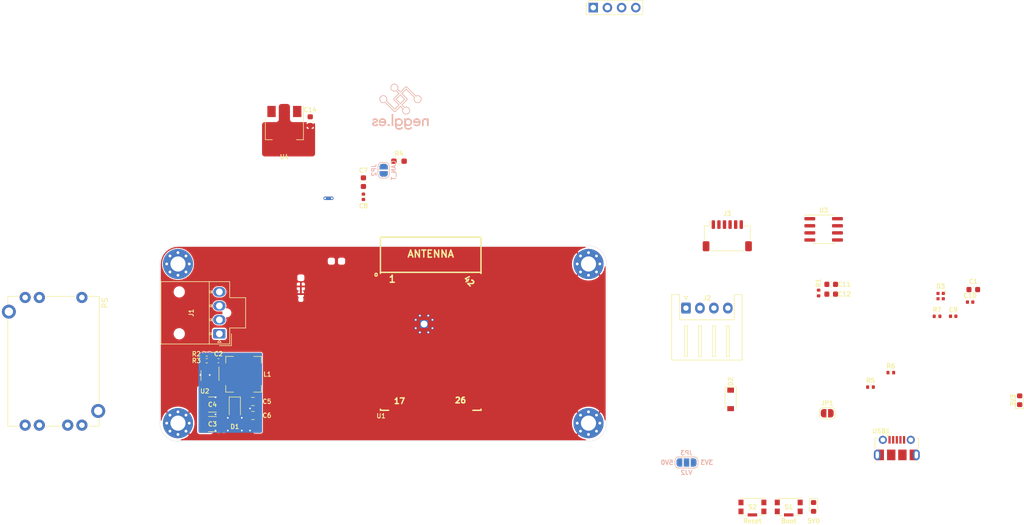
<source format=kicad_pcb>
(kicad_pcb (version 20171130) (host pcbnew "(5.1.9)-1")
  (title_block (rev 1))
  (layers (0 Front signal) (31 Back signal) (34 B.Paste user) (35 F.Paste user) (36 B.SilkS user) (37 F.SilkS user) (38 B.Mask user) (39 F.Mask user) (44 Edge.Cuts user))
  (net 0 "")
  (net 1 +48V)
  (net 2 GND)
  (net 3 +5V)
  (net 4 +3V3)
  (net 5 /CAN-)
  (net 6 /CAN+)
  (net 7 /~RST)
  (net 8 /UART_TX)
  (net 9 /UART_RX)
  (net 10 /~BOOT)
  (net 11 /CAN_TX)
  (net 12 /CAN_RX)
  (net 13 GNDPWR)
  (net 14 /USB_D+)
  (net 15 /VBUS)
  (net 16 /USB_D-)
  (net 17 /D_RXSDA)
  (net 18 /D_TXSCL)
  (net 19 "Net-(D3-Pad1)")
  (net 20 /OLED_SDA)
  (net 21 /OLED_SCL)
  (net 22 "Net-(U1-Pad21)")
  (net 23 "Net-(U1-Pad20)")
  (net 24 "Net-(U1-Pad19)")
  (net 25 "Net-(U1-Pad18)")
  (net 26 "Net-(U1-Pad17)")
  (net 27 "Net-(U1-Pad36)")
  (net 28 "Net-(U1-Pad33)")
  (net 29 "Net-(U1-Pad13)")
  (net 30 "Net-(U1-Pad7)")
  (net 31 "Net-(U1-Pad6)")
  (net 32 "Net-(U1-Pad5)")
  (net 33 "Net-(U1-Pad4)")
  (net 34 /LED_DAT)
  (net 35 "Net-(U1-Pad24)")
  (net 36 "Net-(U1-Pad8)")
  (net 37 "Net-(U1-Pad11)")
  (net 38 "Net-(U1-Pad12)")
  (net 39 "Net-(U1-Pad35)")
  (net 40 "Net-(U1-Pad34)")
  (net 41 "Net-(U1-Pad29)")
  (net 42 "Net-(U1-Pad28)")
  (net 43 "Net-(U1-Pad27)")
  (net 44 "Net-(U1-Pad25)")
  (net 45 "Net-(U1-Pad39)")
  (net 46 /~DFU)
  (net 47 /~CAN_EN)
  (net 48 /USB_ID)
  (net 49 /VCC_PROG)
  (net 50 "Net-(JP2-Pad1)")
  (net 51 /CB)
  (net 52 /SW)
  (net 53 /FB)
  (net 54 "Net-(D3-Pad3)")
  (net 55 "Net-(D4-Pad1)")
  (net 56 "Net-(D5-Pad1)")
  (net 57 "Net-(U2-Pad4)")
  (net 58 "Net-(J2-Pad2)")
  (module "1 My Footprints:Converter_DCDC_TDK-Lambda_CC3-xxxxxF-E" (layer Front) (at 86.05 86.25 270)
    (fp_text reference PS (at 0.9525 -4.1275 90) (layer F.SilkS))
    (fp_text value Converter_DCDC_TDK-Lambda_CC3-xxxxxF-E)
    (pad MP thru_hole circle (at 20.32 -2.92 270) (size 2.5 2.5) (drill 1.5) (layers *.Cu *.Mask))
    (pad MP thru_hole circle (at 2.54 13.08 270) (size 2.5 2.5) (drill 1.5) (layers *.Cu *.Mask))
    (pad 4 thru_hole circle (at 22.86 10.16 270) (size 2 2) (drill 1) (layers *.Cu *.Mask))
    (pad 5 thru_hole circle (at 22.86 7.62 270) (size 2 2) (drill 1) (layers *.Cu *.Mask))
    (pad 6 thru_hole circle (at 22.86 2.54 270) (size 2 2) (drill 1) (layers *.Cu *.Mask))
    (pad 7 thru_hole circle (at 22.86 0 270) (size 2 2) (drill 1) (layers *.Cu *.Mask))
    (pad 3 thru_hole circle (at 0 10.16 270) (size 2 2) (drill 1) (layers *.Cu *.Mask))
    (pad 2 thru_hole circle (at 0 7.62 270) (size 2 2) (drill 1) (layers *.Cu *.Mask))
    (pad 1 thru_hole circle (at 0 0 270) (size 2 2) (drill 1) (layers *.Cu *.Mask))
  )
  (module "1 My Footprints:L_Sunlord_SWPA6028S" (layer Front) (at 115 100)
    (fp_text reference L1 (at 4.25 0 180) (layer F.SilkS) (effects (font (size 0.8 0.8) (thickness 0.1524))))
    (fp_text value 33uH)
    (pad 2 smd rect (at 2.25 0) (size 1.7 5.7) (layers Front F.Paste F.Mask) (net 3 +5V))
    (pad 1 smd rect (at -2.25 0) (size 1.7 5.7) (layers Front F.Paste F.Mask) (net 52 /SW))
  )
  (module Diode_SMD:D_PowerDI-123 (layer Front) (at 113.425 106.275 270)
    (fp_text reference D1 (at 3.1 0) (layer F.SilkS) (effects (font (size 0.8 0.8) (thickness 0.1524))))
    (fp_text value SS210)
    (pad 2 smd rect (at 1.525 0 90) (size 1.05 1.5) (layers Front F.Paste F.Mask) (net 2 GND))
    (pad 1 smd rect (at -0.85 0 90) (size 2.4 1.5) (layers Front F.Paste F.Mask) (net 52 /SW))
  )
  (module "1 My Footprints:DY-S1515065_RGBC_6805-5T" (layer Front) (at 239.8 86)
    (fp_text reference D3 (at 0 -1.75) (layer F.SilkS) (effects (font (size 0.8 0.8) (thickness 0.1524))))
    (fp_text value RGB)
    (fp_text user 1 (at -1 0.5) (layer F.SilkS) (effects (font (size 0.3 0.3) (thickness 0.075))))
    (pad 4 smd rect (at -0.475 -0.475) (size 0.55 0.55) (layers Front F.Paste F.Mask) (net 2 GND))
    (pad 1 smd rect (at -0.475 0.475) (size 0.55 0.55) (layers Front F.Paste F.Mask) (net 19 "Net-(D3-Pad1)"))
    (pad 2 smd rect (at 0.475 0.475) (size 0.55 0.55) (layers Front F.Paste F.Mask) (net 3 +5V))
    (pad 3 smd rect (at 0.475 -0.475) (size 0.55 0.55) (layers Front F.Paste F.Mask) (net 54 "Net-(D3-Pad3)"))
  )
  (module Package_TO_SOT_SMD:SOT-23-6 (layer Front) (at 108.975 100.225 270)
    (fp_text reference U2 (at 2.8 0.925) (layer F.SilkS) (effects (font (size 0.8 0.8) (thickness 0.1524))))
    (fp_text value LMR16006XDDCR)
    (pad 5 smd rect (at 1.1 0 270) (size 1.06 0.65) (layers Front F.Paste F.Mask) (net 1 +48V))
    (pad 6 smd rect (at 1.1 -0.95 270) (size 1.06 0.65) (layers Front F.Paste F.Mask) (net 52 /SW))
    (pad 4 smd rect (at 1.1 0.95 270) (size 1.06 0.65) (layers Front F.Paste F.Mask) (net 57 "Net-(U2-Pad4)"))
    (pad 3 smd rect (at -1.1 0.95 270) (size 1.06 0.65) (layers Front F.Paste F.Mask) (net 53 /FB))
    (pad 2 smd rect (at -1.1 0 270) (size 1.06 0.65) (layers Front F.Paste F.Mask) (net 2 GND))
    (pad 1 smd rect (at -1.1 -0.95 270) (size 1.06 0.65) (layers Front F.Paste F.Mask) (net 51 /CB))
  )
  (module Resistor_SMD:R_0402_1005Metric (layer Front) (at 108.4 97.575 180)
    (fp_text reference R3 (at 1.85 0 180) (layer F.SilkS) (effects (font (size 0.8 0.8) (thickness 0.1524))))
    (fp_text value 12K)
    (pad 2 smd roundrect (at 0.51 0 180) (size 0.54 0.64) (layers Front F.Paste F.Mask) (net 53 /FB))
    (pad 1 smd roundrect (at -0.51 0 180) (size 0.54 0.64) (layers Front F.Paste F.Mask) (net 2 GND))
  )
  (module Resistor_SMD:R_0402_1005Metric (layer Front) (at 108.4 96.375)
    (fp_text reference R2 (at -1.85 0 180) (layer F.SilkS) (effects (font (size 0.8 0.8) (thickness 0.1524))))
    (fp_text value 68K)
    (pad 2 smd roundrect (at 0.51 0) (size 0.54 0.64) (layers Front F.Paste F.Mask) (net 3 +5V))
    (pad 1 smd roundrect (at -0.51 0) (size 0.54 0.64) (layers Front F.Paste F.Mask) (net 53 /FB))
  )
  (module Capacitor_SMD:C_0805_2012Metric (layer Front) (at 116.675 107.375)
    (fp_text reference C6 (at 2.5 0 180) (layer F.SilkS) (effects (font (size 0.8 0.8) (thickness 0.1524))))
    (fp_text value 22uF)
    (pad 2 smd roundrect (at 0.95 0) (size 1 1.45) (layers Front F.Paste F.Mask) (net 3 +5V))
    (pad 1 smd roundrect (at -0.95 0) (size 1 1.45) (layers Front F.Paste F.Mask) (net 2 GND))
  )
  (module Capacitor_SMD:C_1210_3225Metric_Pad1.33x2.70mm_HandSolder (layer Front) (at 109.425 108.925)
    (fp_text reference C3 (at 0 0) (layer F.SilkS) (effects (font (size 0.8 0.8) (thickness 0.1524))))
    (fp_text value 2.2uF)
    (pad 2 smd roundrect (at 1.5625 0) (size 1.325 2.7) (layers Front F.Paste F.Mask) (roundrect_rratio 0.188679) (net 2 GND))
    (pad 1 smd roundrect (at -1.5625 0) (size 1.325 2.7) (layers Front F.Paste F.Mask) (roundrect_rratio 0.188679) (net 1 +48V))
  )
  (module Capacitor_SMD:C_0402_1005Metric (layer Front) (at 110.5 97.575 180)
    (fp_text reference C2 (at 0 1.225 180) (layer F.SilkS) (effects (font (size 0.8 0.8) (thickness 0.1524))))
    (fp_text value 100nF)
    (pad 2 smd roundrect (at 0.48 0 180) (size 0.56 0.62) (layers Front F.Paste F.Mask) (net 51 /CB))
    (pad 1 smd roundrect (at -0.48 0 180) (size 0.56 0.62) (layers Front F.Paste F.Mask) (net 52 /SW))
  )
  (module "1 My Footprints:ESP32-S2-WROVER_and_WROOM(PCB,-I(IPEX))-Universal" (layer Front) (at 148.5 90.95)
    (fp_text reference U1 (at -8.89 16.51) (layer F.SilkS) (effects (font (size 0.8 0.8) (thickness 0.1524))))
    (fp_text value ESP32-S2-WROVER)
    (fp_text user 17 (at -5.588 13.843 180) (layer F.SilkS) (effects (font (size 1.016 1.016) (thickness 0.254))))
    (fp_text user o (at -9.779 -8.8646 180) (layer F.SilkS) (effects (font (size 0.762 0.762) (thickness 0.1905))))
    (fp_text user 26 (at 5.334 13.716 180) (layer F.SilkS) (effects (font (size 1.016 1.016) (thickness 0.254))))
    (fp_text user 42 (at 6.858 -7.62 135) (layer F.SilkS) (effects (font (size 1.016 1.016) (thickness 0.254))))
    (fp_text user ANTENNA (at 0 -12.5) (layer F.SilkS) (effects (font (size 1.27 1.27) (thickness 0.254))))
    (fp_text user 1 (at -6.8834 -8.001) (layer F.SilkS) (effects (font (size 1.27 1.27) (thickness 0.254))))
    (pad 1 smd rect (at -8.75 -8) (size 1.5 0.9) (layers Front F.Paste F.Mask) (net 2 GND))
    (pad 3 smd rect (at -8.75 -5) (size 1.5 0.9) (layers Front F.Paste F.Mask) (net 10 /~BOOT))
    (pad 43 thru_hole rect (at -1.19 0.05) (size 1.4 1.4) (drill 1.2) (layers *.Cu *.Mask F.Paste) (net 2 GND))
    (pad 2 smd rect (at -8.75 -6.5) (size 1.5 0.9) (layers Front F.Paste F.Mask) (net 4 +3V3))
    (pad 43 smd rect (at -1.19 0.05) (size 4.1 4.1) (layers Front F.Mask) (net 2 GND))
    (pad 34 smd rect (at 8.75 4) (size 1.5 0.9) (layers Front F.Paste F.Mask) (net 40 "Net-(U1-Pad34)"))
    (pad 25 smd rect (at 5.25 15.25) (size 0.9 1.5) (layers Front F.Paste F.Mask) (net 44 "Net-(U1-Pad25)"))
    (pad 42 smd rect (at 8.75 -8) (size 1.5 0.9) (layers Front F.Paste F.Mask) (net 2 GND))
    (pad 39 smd rect (at 8.75 -3.5) (size 1.5 0.9) (layers Front F.Paste F.Mask) (net 45 "Net-(U1-Pad39)"))
    (pad 14 smd rect (at -8.75 11.5) (size 1.5 0.9) (layers Front F.Paste F.Mask) (net 47 /~CAN_EN))
    (pad 35 smd rect (at 8.75 2.5) (size 1.5 0.9) (layers Front F.Paste F.Mask) (net 39 "Net-(U1-Pad35)"))
    (pad 40 smd rect (at 8.75 -5) (size 1.5 0.9) (layers Front F.Paste F.Mask) (net 46 /~DFU))
    (pad 11 smd rect (at -8.75 7) (size 1.5 0.9) (layers Front F.Paste F.Mask) (net 37 "Net-(U1-Pad11)"))
    (pad 20 smd rect (at -2.25 15.25) (size 0.9 1.5) (layers Front F.Paste F.Mask) (net 23 "Net-(U1-Pad20)"))
    (pad 24 smd rect (at 3.75 15.25) (size 0.9 1.5) (layers Front F.Paste F.Mask) (net 35 "Net-(U1-Pad24)"))
    (pad 26 smd rect (at 6.75 15.25) (size 0.9 1.5) (layers Front F.Paste F.Mask) (net 2 GND))
    (pad 43 smd rect (at -2.69 -1.45) (size 1.1 1.1) (layers Front F.Paste F.Mask) (net 2 GND))
    (pad 43 smd rect (at -2.69 1.55) (size 1.1 1.1) (layers Front F.Paste F.Mask) (net 2 GND))
    (pad 19 smd rect (at -3.75 15.25) (size 0.9 1.5) (layers Front F.Paste F.Mask) (net 24 "Net-(U1-Pad19)"))
    (pad 43 thru_hole circle (at -1.94 -1.45) (size 0.5 0.5) (drill 0.3) (layers *.Cu) (net 2 GND))
    (pad 23 smd rect (at 2.25 15.25) (size 0.9 1.5) (layers Front F.Paste F.Mask) (net 14 /USB_D+))
    (pad 43 thru_hole circle (at -0.44 -1.45) (size 0.5 0.5) (drill 0.3) (layers *.Cu) (net 2 GND))
    (pad 43 thru_hole circle (at -2.69 -0.7) (size 0.5 0.5) (drill 0.3) (layers *.Cu) (net 2 GND))
    (pad 9 smd rect (at -8.75 4) (size 1.5 0.9) (layers Front F.Paste F.Mask) (net 20 /OLED_SDA))
    (pad 43 thru_hole circle (at 0.31 -0.7) (size 0.5 0.5) (drill 0.3) (layers *.Cu) (net 2 GND))
    (pad 41 smd rect (at 8.75 -6.5) (size 1.5 0.9) (layers Front F.Paste F.Mask) (net 7 /~RST))
    (pad 16 smd rect (at -8.75 14.5) (size 1.5 0.9) (layers Front F.Paste F.Mask) (net 12 /CAN_RX))
    (pad 43 thru_hole circle (at 0.31 0.8) (size 0.5 0.5) (drill 0.3) (layers *.Cu) (net 2 GND))
    (pad 30 smd rect (at 8.75 10) (size 1.5 0.9) (layers Front F.Paste F.Mask) (net 34 /LED_DAT))
    (pad 12 smd rect (at -8.75 8.5) (size 1.5 0.9) (layers Front F.Paste F.Mask) (net 38 "Net-(U1-Pad12)"))
    (pad 36 smd rect (at 8.75 1) (size 1.5 0.9) (layers Front F.Paste F.Mask) (net 27 "Net-(U1-Pad36)"))
    (pad 10 smd rect (at -8.75 5.5) (size 1.5 0.9) (layers Front F.Paste F.Mask) (net 21 /OLED_SCL))
    (pad 15 smd rect (at -8.75 13) (size 1.5 0.9) (layers Front F.Paste F.Mask) (net 11 /CAN_TX))
    (pad 21 smd rect (at -0.75 15.25) (size 0.9 1.5) (layers Front F.Paste F.Mask) (net 22 "Net-(U1-Pad21)"))
    (pad 43 smd rect (at -2.69 0.05) (size 1.1 1.1) (layers Front F.Paste F.Mask) (net 2 GND))
    (pad 43 smd rect (at 0.31 1.55) (size 1.1 1.1) (layers Front F.Paste F.Mask) (net 2 GND))
    (pad 38 smd rect (at 8.75 -2) (size 1.5 0.9) (layers Front F.Paste F.Mask) (net 9 /UART_RX))
    (pad 4 smd rect (at -8.75 -3.5) (size 1.5 0.9) (layers Front F.Paste F.Mask) (net 33 "Net-(U1-Pad4)"))
    (pad 43 smd rect (at 0.31 -1.45) (size 1.1 1.1) (layers Front F.Paste F.Mask) (net 2 GND))
    (pad 43 thru_hole circle (at -2.69 0.8) (size 0.5 0.5) (drill 0.3) (layers *.Cu) (net 2 GND))
    (pad 22 smd rect (at 0.75 15.25) (size 0.9 1.5) (layers Front F.Paste F.Mask) (net 16 /USB_D-))
    (pad 6 smd rect (at -8.75 -0.5) (size 1.5 0.9) (layers Front F.Paste F.Mask) (net 31 "Net-(U1-Pad6)"))
    (pad 31 smd rect (at 8.75 8.5) (size 1.5 0.9) (layers Front F.Paste F.Mask) (net 18 /D_TXSCL))
    (pad 43 smd rect (at -1.19 -1.45) (size 1.1 1.1) (layers Front F.Paste F.Mask) (net 2 GND))
    (pad 27 smd rect (at 8.75 14.5) (size 1.5 0.9) (layers Front F.Paste F.Mask) (net 43 "Net-(U1-Pad27)"))
    (pad 18 smd rect (at -5.25 15.25) (size 0.9 1.5) (layers Front F.Paste F.Mask) (net 25 "Net-(U1-Pad18)"))
    (pad 13 smd rect (at -8.75 10) (size 1.5 0.9) (layers Front F.Paste F.Mask) (net 29 "Net-(U1-Pad13)"))
    (pad 43 smd rect (at -1.19 1.55) (size 1.1 1.1) (layers Front F.Paste F.Mask) (net 2 GND))
    (pad 37 smd rect (at 8.75 -0.5) (size 1.5 0.9) (layers Front F.Paste F.Mask) (net 8 /UART_TX))
    (pad 8 smd rect (at -8.75 2.5) (size 1.5 0.9) (layers Front F.Paste F.Mask) (net 36 "Net-(U1-Pad8)"))
    (pad 43 thru_hole circle (at -0.44 1.55) (size 0.5 0.5) (drill 0.3) (layers *.Cu) (net 2 GND))
    (pad 5 smd rect (at -8.75 -2) (size 1.5 0.9) (layers Front F.Paste F.Mask) (net 32 "Net-(U1-Pad5)"))
    (pad 28 smd rect (at 8.75 13) (size 1.5 0.9) (layers Front F.Paste F.Mask) (net 42 "Net-(U1-Pad28)"))
    (pad 43 smd rect (at 0.31 0.05) (size 1.1 1.1) (layers Front F.Paste F.Mask) (net 2 GND))
    (pad 17 smd rect (at -6.75 15.25) (size 0.9 1.5) (layers Front F.Paste F.Mask) (net 26 "Net-(U1-Pad17)"))
    (pad 7 smd rect (at -8.75 1) (size 1.5 0.9) (layers Front F.Paste F.Mask) (net 30 "Net-(U1-Pad7)"))
    (pad 29 smd rect (at 8.75 11.5) (size 1.5 0.9) (layers Front F.Paste F.Mask) (net 41 "Net-(U1-Pad29)"))
    (pad 33 smd rect (at 8.75 5.5) (size 1.5 0.9) (layers Front F.Paste F.Mask) (net 28 "Net-(U1-Pad33)"))
    (pad 43 thru_hole circle (at -1.94 1.55) (size 0.5 0.5) (drill 0.3) (layers *.Cu) (net 2 GND))
    (pad 32 smd rect (at 8.75 7) (size 1.5 0.9) (layers Front F.Paste F.Mask) (net 17 /D_RXSDA))
  )
  (module "1 My Footprints:neggle-logo-0.12" (layer Back) (at 143.1 57.65 180)
    (fp_text reference LOGO1 hide)
    (fp_text value Logo_Open_Hardware_Small hide)
  )
  (module Package_SO:SOIC-8_3.9x4.9mm_P1.27mm (layer Front) (at 218.85 74.05)
    (fp_text reference U3 (at 0 -3.4) (layer F.SilkS) (effects (font (size 0.8 0.8) (thickness 0.1524))))
    (fp_text value MAX3051ESA)
    (pad 8 smd roundrect (at 2.475 -1.905) (size 1.95 0.6) (layers Front F.Paste F.Mask) (net 2 GND))
    (pad 7 smd roundrect (at 2.475 -0.635) (size 1.95 0.6) (layers Front F.Paste F.Mask) (net 6 /CAN+))
    (pad 6 smd roundrect (at 2.475 0.635) (size 1.95 0.6) (layers Front F.Paste F.Mask) (net 5 /CAN-))
    (pad 5 smd roundrect (at 2.475 1.905) (size 1.95 0.6) (layers Front F.Paste F.Mask) (net 47 /~CAN_EN))
    (pad 4 smd roundrect (at -2.475 1.905) (size 1.95 0.6) (layers Front F.Paste F.Mask) (net 12 /CAN_RX))
    (pad 3 smd roundrect (at -2.475 0.635) (size 1.95 0.6) (layers Front F.Paste F.Mask) (net 4 +3V3))
    (pad 2 smd roundrect (at -2.475 -0.635) (size 1.95 0.6) (layers Front F.Paste F.Mask) (net 2 GND))
    (pad 1 smd roundrect (at -2.475 -1.905) (size 1.95 0.6) (layers Front F.Paste F.Mask) (net 11 /CAN_TX))
  )
  (module Resistor_SMD:R_0402_1005Metric (layer Front) (at 239.155 89.625)
    (fp_text reference R7 (at 0 -1.17) (layer F.SilkS) (effects (font (size 0.8 0.8) (thickness 0.1524))))
    (fp_text value 1K)
    (pad 2 smd roundrect (at 0.51 0) (size 0.54 0.64) (layers Front F.Paste F.Mask) (net 56 "Net-(D5-Pad1)"))
    (pad 1 smd roundrect (at -0.51 0) (size 0.54 0.64) (layers Front F.Paste F.Mask) (net 2 GND))
  )
  (module Resistor_SMD:R_0402_1005Metric (layer Front) (at 230.875 99.705)
    (fp_text reference R6 (at 0 -1.17) (layer F.SilkS) (effects (font (size 0.8 0.8) (thickness 0.1524))))
    (fp_text value 1K)
    (pad 2 smd roundrect (at 0.51 0) (size 0.54 0.64) (layers Front F.Paste F.Mask) (net 55 "Net-(D4-Pad1)"))
    (pad 1 smd roundrect (at -0.51 0) (size 0.54 0.64) (layers Front F.Paste F.Mask) (net 2 GND))
  )
  (module Resistor_SMD:R_0402_1005Metric (layer Front) (at 227.235 102.295)
    (fp_text reference R5 (at 0 -1.17) (layer F.SilkS) (effects (font (size 0.8 0.8) (thickness 0.1524))))
    (fp_text value 22R)
    (pad 2 smd roundrect (at 0.51 0) (size 0.54 0.64) (layers Front F.Paste F.Mask) (net 19 "Net-(D3-Pad1)"))
    (pad 1 smd roundrect (at -0.51 0) (size 0.54 0.64) (layers Front F.Paste F.Mask) (net 34 /LED_DAT))
  )
  (module Jumper:SolderJumper-2_P1.3mm_Open_RoundedPad1.0x1.5mm (layer Front) (at 219.495 106.975)
    (fp_text reference JP1 (at 0 -1.8) (layer F.SilkS) (effects (font (size 0.8 0.8) (thickness 0.1524))))
    (fp_text value VPP_EN)
    (pad 2 smd custom (at 0.65 0) (size 1 0.5) (layers Front F.Mask) (net 49 /VCC_PROG) (options (clearance outline) (anchor rect)) (primitives (gr_circle (center 0 0.25) (end 0.5 0.25) (width 0)) (gr_circle (center 0 -0.25) (end 0.5 -0.25) (width 0)) (gr_poly (pts (xy 0 -0.75) (xy -0.5 -0.75) (xy -0.5 0.75) (xy 0 0.75)) (width 0))))
    (pad 1 smd custom (at -0.65 0) (size 1 0.5) (layers Front F.Mask) (net 4 +3V3) (options (clearance outline) (anchor rect)) (primitives (gr_circle (center 0 0.25) (end 0.5 0.25) (width 0)) (gr_circle (center 0 -0.25) (end 0.5 -0.25) (width 0)) (gr_poly (pts (xy 0 -0.75) (xy 0.5 -0.75) (xy 0.5 0.75) (xy 0 0.75)) (width 0))))
  )
  (module "1 My Footprints:JST_SH_SM06B-SRSS-TB_1x06-1MP_P1.00mm_Horizontal_3D" (layer Front) (at 201.6 75.2)
    (fp_text reference J3 (at 0 -3.98) (layer F.SilkS) (effects (font (size 0.8 0.8) (thickness 0.1524))))
    (fp_text value ESP_PROG)
    (pad MP smd roundrect (at 3.8 1.875) (size 1.2 1.8) (layers Front F.Paste F.Mask) (roundrect_rratio 0.208333) (net 2 GND))
    (pad MP smd roundrect (at -3.8 1.875) (size 1.2 1.8) (layers Front F.Paste F.Mask) (roundrect_rratio 0.208333) (net 2 GND))
    (pad 6 smd roundrect (at 2.5 -2) (size 0.6 1.55) (layers Front F.Paste F.Mask) (net 7 /~RST))
    (pad 5 smd roundrect (at 1.5 -2) (size 0.6 1.55) (layers Front F.Paste F.Mask) (net 49 /VCC_PROG))
    (pad 4 smd roundrect (at 0.5 -2) (size 0.6 1.55) (layers Front F.Paste F.Mask) (net 2 GND))
    (pad 3 smd roundrect (at -0.5 -2) (size 0.6 1.55) (layers Front F.Paste F.Mask) (net 9 /UART_RX))
    (pad 2 smd roundrect (at -1.5 -2) (size 0.6 1.55) (layers Front F.Paste F.Mask) (net 10 /~BOOT))
    (pad 1 smd roundrect (at -2.5 -2) (size 0.6 1.55) (layers Front F.Paste F.Mask) (net 8 /UART_TX))
  )
  (module "1 My Footprints:OLED_SSD1315_128x64_1.3_I2C_New_Silhouette" (layer Front) (at 181.4 49.05)
    (fp_text reference I2C1)
    (fp_text value OLED)
    (pad 3 thru_hole oval (at 1.28 -14.7 90) (size 1.7 1.7) (drill 1) (layers *.Cu *.Mask) (net 21 /OLED_SCL))
    (pad 1 thru_hole rect (at -3.8 -14.7 90) (size 1.7 1.7) (drill 1) (layers *.Cu *.Mask) (net 2 GND))
    (pad 4 thru_hole oval (at 3.82 -14.7 90) (size 1.7 1.7) (drill 1) (layers *.Cu *.Mask) (net 20 /OLED_SDA))
    (pad 2 thru_hole oval (at -1.26 -14.7 90) (size 1.7 1.7) (drill 1) (layers *.Cu *.Mask) (net 4 +3V3))
  )
  (module "1 My Footprints:LED_0603_1608Metric_SnapModel" (layer Front) (at 253.95 104.65 90)
    (fp_text reference D4)
    (fp_text value 3V3 (at 0 -1.2 90) (layer F.SilkS) (effects (font (size 0.8 0.8) (thickness 0.1524))))
    (pad 1 smd roundrect (at -0.7875 0 90) (size 0.875 0.95) (layers Front F.Paste F.Mask) (net 55 "Net-(D4-Pad1)"))
    (pad 2 smd roundrect (at 0.7875 0 90) (size 0.875 0.95) (layers Front F.Paste F.Mask) (net 4 +3V3))
  )
  (module Capacitor_SMD:C_0603_1608Metric (layer Front) (at 245.645 84.835)
    (fp_text reference C1 (at 0 -1.43) (layer F.SilkS) (effects (font (size 0.8 0.8) (thickness 0.1524))))
    (fp_text value 10uF)
    (pad 2 smd roundrect (at 0.775 0) (size 0.9 0.95) (layers Front F.Paste F.Mask) (net 2 GND))
    (pad 1 smd roundrect (at -0.775 0) (size 0.9 0.95) (layers Front F.Paste F.Mask) (net 7 /~RST))
  )
  (module Capacitor_SMD:C_0805_2012Metric (layer Front) (at 116.675 104.875)
    (fp_text reference C5 (at 2.5 0 180) (layer F.SilkS) (effects (font (size 0.8 0.8) (thickness 0.1524))))
    (fp_text value 22uF)
    (pad 2 smd roundrect (at 0.95 0) (size 1 1.45) (layers Front F.Paste F.Mask) (net 3 +5V))
    (pad 1 smd roundrect (at -0.95 0) (size 1 1.45) (layers Front F.Paste F.Mask) (net 2 GND))
  )
  (module Capacitor_SMD:C_1210_3225Metric_Pad1.33x2.70mm_HandSolder (layer Front) (at 109.425 105.425)
    (fp_text reference C4 (at 0 0) (layer F.SilkS) (effects (font (size 0.8 0.8) (thickness 0.1524))))
    (fp_text value 2.2uF)
    (pad 2 smd roundrect (at 1.5625 0) (size 1.325 2.7) (layers Front F.Paste F.Mask) (roundrect_rratio 0.188679) (net 2 GND))
    (pad 1 smd roundrect (at -1.5625 0) (size 1.325 2.7) (layers Front F.Paste F.Mask) (roundrect_rratio 0.188679) (net 1 +48V))
  )
  (module Capacitor_SMD:C_0402_1005Metric (layer Front) (at 242.045 89.615)
    (fp_text reference C9 (at 0 -1.16) (layer F.SilkS) (effects (font (size 0.8 0.8) (thickness 0.1524))))
    (fp_text value 100nF)
    (pad 2 smd roundrect (at 0.48 0) (size 0.56 0.62) (layers Front F.Paste F.Mask) (net 10 /~BOOT))
    (pad 1 smd roundrect (at -0.48 0) (size 0.56 0.62) (layers Front F.Paste F.Mask) (net 2 GND))
  )
  (module Capacitor_SMD:C_0402_1005Metric (layer Front) (at 245.075 87.075)
    (fp_text reference C10 (at 0 -1.16) (layer F.SilkS) (effects (font (size 0.8 0.8) (thickness 0.1524))))
    (fp_text value 100nF)
    (pad 2 smd roundrect (at 0.48 0) (size 0.56 0.62) (layers Front F.Paste F.Mask) (net 7 /~RST))
    (pad 1 smd roundrect (at -0.48 0) (size 0.56 0.62) (layers Front F.Paste F.Mask) (net 2 GND))
  )
  (module Resistor_SMD:R_0603_1608Metric_Pad0.98x0.95mm_HandSolder (layer Front) (at 142.825 61.85 180)
    (fp_text reference R4 (at 0 1.375) (layer F.SilkS) (effects (font (size 0.8 0.8) (thickness 0.1524))))
    (fp_text value 120R)
    (pad 2 smd roundrect (at 0.9125 0 180) (size 0.975 0.95) (layers Front F.Paste F.Mask) (net 50 "Net-(JP2-Pad1)"))
    (pad 1 smd roundrect (at -0.9125 0 180) (size 0.975 0.95) (layers Front F.Paste F.Mask) (net 5 /CAN-))
  )
  (module Resistor_SMD:R_0402_1005Metric (layer Front) (at 217.95 85.45 90)
    (fp_text reference R1 (at 1.825 0 270) (layer F.SilkS) (effects (font (size 0.8 0.8) (thickness 0.1524))))
    (fp_text value 10K)
    (pad 1 smd roundrect (at -0.51 0 90) (size 0.54 0.64) (layers Front F.Paste F.Mask) (net 7 /~RST))
    (pad 2 smd roundrect (at 0.51 0 90) (size 0.54 0.64) (layers Front F.Paste F.Mask) (net 4 +3V3))
  )
  (module Capacitor_SMD:C_0603_1608Metric (layer Front) (at 220.2 85.65 180)
    (fp_text reference C12 (at -2.35 0) (layer F.SilkS) (effects (font (size 0.8 0.8) (thickness 0.1524))))
    (fp_text value 100nF)
    (pad 2 smd roundrect (at 0.775 0 180) (size 0.9 0.95) (layers Front F.Paste F.Mask) (net 4 +3V3))
    (pad 1 smd roundrect (at -0.775 0 180) (size 0.9 0.95) (layers Front F.Paste F.Mask) (net 2 GND))
  )
  (module Capacitor_SMD:C_0603_1608Metric (layer Front) (at 220.2 83.9 180)
    (fp_text reference C11 (at -2.35 0) (layer F.SilkS) (effects (font (size 0.8 0.8) (thickness 0.1524))))
    (fp_text value 22uF)
    (pad 2 smd roundrect (at 0.775 0 180) (size 0.9 0.95) (layers Front F.Paste F.Mask) (net 4 +3V3))
    (pad 1 smd roundrect (at -0.775 0 180) (size 0.9 0.95) (layers Front F.Paste F.Mask) (net 2 GND))
  )
  (module Capacitor_SMD:C_0402_1005Metric (layer Front) (at 136.45 68.225 90)
    (fp_text reference C8 (at -1.625 0 180) (layer F.SilkS) (effects (font (size 0.8 0.8) (thickness 0.1524))))
    (fp_text value 100nF)
    (pad 2 smd roundrect (at 0.48 0 90) (size 0.56 0.62) (layers Front F.Paste F.Mask) (net 2 GND))
    (pad 1 smd roundrect (at -0.48 0 90) (size 0.56 0.62) (layers Front F.Paste F.Mask) (net 4 +3V3))
  )
  (module Jumper:SolderJumper-2_P1.3mm_Open_RoundedPad1.0x1.5mm (layer Back) (at 140.075 63.475 270)
    (fp_text reference JP2 (at 0 1.725 270) (layer B.SilkS) (effects (font (size 0.8 0.8) (thickness 0.1524)) (justify mirror)))
    (fp_text value CAN_T (at 0 -1.8 90) (layer B.SilkS) (effects (font (size 0.8 0.8) (thickness 0.1524)) (justify mirror)))
    (pad 2 smd custom (at 0.65 0 270) (size 1 0.5) (layers Back B.Mask) (net 6 /CAN+) (options (clearance outline) (anchor rect)) (primitives (gr_circle (center 0 -0.25) (end 0.5 -0.25) (width 0)) (gr_circle (center 0 0.25) (end 0.5 0.25) (width 0)) (gr_poly (pts (xy 0 0.75) (xy -0.5 0.75) (xy -0.5 -0.75) (xy 0 -0.75)) (width 0))))
    (pad 1 smd custom (at -0.65 0 270) (size 1 0.5) (layers Back B.Mask) (net 50 "Net-(JP2-Pad1)") (options (clearance outline) (anchor rect)) (primitives (gr_circle (center 0 -0.25) (end 0.5 -0.25) (width 0)) (gr_circle (center 0 0.25) (end 0.5 0.25) (width 0)) (gr_poly (pts (xy 0 0.75) (xy 0.5 0.75) (xy 0.5 -0.75) (xy 0 -0.75)) (width 0))))
  )
  (module Capacitor_SMD:C_0603_1608Metric (layer Front) (at 136.45 65.6 90)
    (fp_text reference C7 (at 2.1 0) (layer F.SilkS) (effects (font (size 0.8 0.8) (thickness 0.1524))))
    (fp_text value 10uF)
    (pad 2 smd roundrect (at 0.775 0 90) (size 0.9 0.95) (layers Front F.Paste F.Mask) (net 4 +3V3))
    (pad 1 smd roundrect (at -0.775 0 90) (size 0.9 0.95) (layers Front F.Paste F.Mask) (net 2 GND))
  )
  (module NetTie:NetTie-2_THT_Pad0.3mm (layer Front) (at 130.8 68.5 180)
    (fp_text reference NT1 hide)
    (fp_text value GND_TIE)
    (fp_poly (pts (xy 0 -0.3) (xy 1.2 -0.3) (xy 1.2 0.3) (xy 0 0.3)) (layer Back) (width 0))
    (fp_poly (pts (xy 0 -0.3) (xy 1.2 -0.3) (xy 1.2 0.3) (xy 0 0.3)) (layer Front) (width 0))
    (pad 2 thru_hole circle (at 1.2 0 180) (size 0.6 0.6) (drill 0.3) (layers *.Cu) (net 2 GND))
    (pad 1 thru_hole circle (at 0 0 180) (size 0.6 0.6) (drill 0.3) (layers *.Cu) (net 13 GNDPWR))
  )
  (module Package_TO_SOT_SMD:SOT-223-3_TabPin2 (layer Front) (at 122.3 56.1 270)
    (fp_text reference U4 (at 5 0) (layer F.SilkS) (effects (font (size 0.8 0.8) (thickness 0.1524))))
    (fp_text value AMS1117-3.3)
    (pad 1 smd rect (at -3.15 -2.3 270) (size 2 1.5) (layers Front F.Paste F.Mask) (net 2 GND))
    (pad 3 smd rect (at -3.15 2.3 270) (size 2 1.5) (layers Front F.Paste F.Mask) (net 3 +5V))
    (pad 2 smd rect (at -3.15 0 270) (size 2 1.5) (layers Front F.Paste F.Mask) (net 4 +3V3))
    (pad 2 smd rect (at 3.15 0 270) (size 2 3.8) (layers Front F.Paste F.Mask) (net 4 +3V3))
  )
  (module MountingHole:MountingHole_2.7mm_M2.5_Pad_Via (layer Front) (at 176.75 108.75 180)
    (fp_text reference H4)
    (fp_text value MP)
    (pad 1 thru_hole circle (at 0 0 180) (size 5.4 5.4) (drill 2.7) (layers *.Cu *.Mask) (net 2 GND))
    (pad 1 thru_hole circle (at 2.025 0 180) (size 0.8 0.8) (drill 0.5) (layers *.Cu *.Mask) (net 2 GND))
    (pad 1 thru_hole circle (at 1.431891 1.431891 180) (size 0.8 0.8) (drill 0.5) (layers *.Cu *.Mask) (net 2 GND))
    (pad 1 thru_hole circle (at 0 2.025 180) (size 0.8 0.8) (drill 0.5) (layers *.Cu *.Mask) (net 2 GND))
    (pad 1 thru_hole circle (at -1.431891 1.431891 180) (size 0.8 0.8) (drill 0.5) (layers *.Cu *.Mask) (net 2 GND))
    (pad 1 thru_hole circle (at -2.025 0 180) (size 0.8 0.8) (drill 0.5) (layers *.Cu *.Mask) (net 2 GND))
    (pad 1 thru_hole circle (at -1.431891 -1.431891 180) (size 0.8 0.8) (drill 0.5) (layers *.Cu *.Mask) (net 2 GND))
    (pad 1 thru_hole circle (at 0 -2.025 180) (size 0.8 0.8) (drill 0.5) (layers *.Cu *.Mask) (net 2 GND))
    (pad 1 thru_hole circle (at 1.431891 -1.431891 180) (size 0.8 0.8) (drill 0.5) (layers *.Cu *.Mask) (net 2 GND))
  )
  (module MountingHole:MountingHole_2.7mm_M2.5_Pad_Via (layer Front) (at 103.25 108.75 180)
    (fp_text reference H3)
    (fp_text value MP)
    (pad 1 thru_hole circle (at 1.431891 -1.431891 180) (size 0.8 0.8) (drill 0.5) (layers *.Cu *.Mask) (net 2 GND))
    (pad 1 thru_hole circle (at 0 -2.025 180) (size 0.8 0.8) (drill 0.5) (layers *.Cu *.Mask) (net 2 GND))
    (pad 1 thru_hole circle (at -1.431891 -1.431891 180) (size 0.8 0.8) (drill 0.5) (layers *.Cu *.Mask) (net 2 GND))
    (pad 1 thru_hole circle (at -2.025 0 180) (size 0.8 0.8) (drill 0.5) (layers *.Cu *.Mask) (net 2 GND))
    (pad 1 thru_hole circle (at -1.431891 1.431891 180) (size 0.8 0.8) (drill 0.5) (layers *.Cu *.Mask) (net 2 GND))
    (pad 1 thru_hole circle (at 0 2.025 180) (size 0.8 0.8) (drill 0.5) (layers *.Cu *.Mask) (net 2 GND))
    (pad 1 thru_hole circle (at 1.431891 1.431891 180) (size 0.8 0.8) (drill 0.5) (layers *.Cu *.Mask) (net 2 GND))
    (pad 1 thru_hole circle (at 2.025 0 180) (size 0.8 0.8) (drill 0.5) (layers *.Cu *.Mask) (net 2 GND))
    (pad 1 thru_hole circle (at 0 0 180) (size 5.4 5.4) (drill 2.7) (layers *.Cu *.Mask) (net 2 GND))
  )
  (module MountingHole:MountingHole_2.7mm_M2.5_Pad_Via (layer Front) (at 176.75 80.25)
    (fp_text reference H2)
    (fp_text value MP)
    (pad 1 thru_hole circle (at 1.431891 -1.431891) (size 0.8 0.8) (drill 0.5) (layers *.Cu *.Mask) (net 2 GND))
    (pad 1 thru_hole circle (at 0 -2.025) (size 0.8 0.8) (drill 0.5) (layers *.Cu *.Mask) (net 2 GND))
    (pad 1 thru_hole circle (at -1.431891 -1.431891) (size 0.8 0.8) (drill 0.5) (layers *.Cu *.Mask) (net 2 GND))
    (pad 1 thru_hole circle (at -2.025 0) (size 0.8 0.8) (drill 0.5) (layers *.Cu *.Mask) (net 2 GND))
    (pad 1 thru_hole circle (at -1.431891 1.431891) (size 0.8 0.8) (drill 0.5) (layers *.Cu *.Mask) (net 2 GND))
    (pad 1 thru_hole circle (at 0 2.025) (size 0.8 0.8) (drill 0.5) (layers *.Cu *.Mask) (net 2 GND))
    (pad 1 thru_hole circle (at 1.431891 1.431891) (size 0.8 0.8) (drill 0.5) (layers *.Cu *.Mask) (net 2 GND))
    (pad 1 thru_hole circle (at 2.025 0) (size 0.8 0.8) (drill 0.5) (layers *.Cu *.Mask) (net 2 GND))
    (pad 1 thru_hole circle (at 0 0) (size 5.4 5.4) (drill 2.7) (layers *.Cu *.Mask) (net 2 GND))
  )
  (module MountingHole:MountingHole_2.7mm_M2.5_Pad_Via (layer Front) (at 103.25 80.25)
    (fp_text reference H1)
    (fp_text value MP)
    (pad 1 thru_hole circle (at 1.431891 -1.431891) (size 0.8 0.8) (drill 0.5) (layers *.Cu *.Mask) (net 13 GNDPWR))
    (pad 1 thru_hole circle (at 0 -2.025) (size 0.8 0.8) (drill 0.5) (layers *.Cu *.Mask) (net 13 GNDPWR))
    (pad 1 thru_hole circle (at -1.431891 -1.431891) (size 0.8 0.8) (drill 0.5) (layers *.Cu *.Mask) (net 13 GNDPWR))
    (pad 1 thru_hole circle (at -2.025 0) (size 0.8 0.8) (drill 0.5) (layers *.Cu *.Mask) (net 13 GNDPWR))
    (pad 1 thru_hole circle (at -1.431891 1.431891) (size 0.8 0.8) (drill 0.5) (layers *.Cu *.Mask) (net 13 GNDPWR))
    (pad 1 thru_hole circle (at 0 2.025) (size 0.8 0.8) (drill 0.5) (layers *.Cu *.Mask) (net 13 GNDPWR))
    (pad 1 thru_hole circle (at 1.431891 1.431891) (size 0.8 0.8) (drill 0.5) (layers *.Cu *.Mask) (net 13 GNDPWR))
    (pad 1 thru_hole circle (at 2.025 0) (size 0.8 0.8) (drill 0.5) (layers *.Cu *.Mask) (net 13 GNDPWR))
    (pad 1 thru_hole circle (at 0 0) (size 5.4 5.4) (drill 2.7) (layers *.Cu *.Mask) (net 13 GNDPWR))
  )
  (module Diode_SMD:D_SOD-123 (layer Front) (at 202.2 104.5 270)
    (fp_text reference D2 (at -3.2 0 270) (layer F.SilkS) (effects (font (size 0.8 0.8) (thickness 0.1524))))
    (fp_text value B5819W)
    (pad 2 smd rect (at 1.65 0 270) (size 0.9 1.2) (layers Front F.Paste F.Mask) (net 15 /VBUS))
    (pad 1 smd rect (at -1.65 0 270) (size 0.9 1.2) (layers Front F.Paste F.Mask) (net 3 +5V))
  )
  (module "1 My Footprints:LED_0603_1608Metric_SnapModel" (layer Front) (at 217.05 123.75 270)
    (fp_text reference D5 hide)
    (fp_text value 5V0 (at 2.5 0) (layer F.SilkS) (effects (font (size 0.8 0.8) (thickness 0.1524))))
    (pad 1 smd roundrect (at -0.7875 0 270) (size 0.875 0.95) (layers Front F.Paste F.Mask) (net 56 "Net-(D5-Pad1)"))
    (pad 2 smd roundrect (at 0.7875 0 270) (size 0.875 0.95) (layers Front F.Paste F.Mask) (net 3 +5V))
  )
  (module Connector_JST:JST_XH_S4B-XH-A_1x04_P2.50mm_Horizontal (layer Front) (at 194.2 88.15)
    (fp_text reference J2 (at 3.75 -1.8) (layer F.SilkS) (effects (font (size 0.8 0.8) (thickness 0.1524))))
    (fp_text value Display)
    (pad 4 thru_hole oval (at 7.5 0) (size 1.7 1.95) (drill 0.95) (layers *.Cu *.Mask) (net 17 /D_RXSDA))
    (pad 3 thru_hole oval (at 5 0) (size 1.7 1.95) (drill 0.95) (layers *.Cu *.Mask) (net 18 /D_TXSCL))
    (pad 2 thru_hole oval (at 2.5 0) (size 1.7 1.95) (drill 0.95) (layers *.Cu *.Mask) (net 58 "Net-(J2-Pad2)"))
    (pad 1 thru_hole roundrect (at 0 0) (size 1.7 1.95) (drill 0.95) (layers *.Cu *.Mask) (roundrect_rratio 0.147059) (net 2 GND))
  )
  (module Capacitor_SMD:C_0603_1608Metric (layer Front) (at 126.925 54.675 270)
    (fp_text reference C14 (at -2.025 0 180) (layer F.SilkS) (effects (font (size 0.8 0.8) (thickness 0.1524))))
    (fp_text value 22uF)
    (pad 2 smd roundrect (at 0.775 0 270) (size 0.9 0.95) (layers Front F.Paste F.Mask) (net 4 +3V3))
    (pad 1 smd roundrect (at -0.775 0 270) (size 0.9 0.95) (layers Front F.Paste F.Mask) (net 2 GND))
  )
  (module Jumper:SolderJumper-3_P1.3mm_Open_RoundedPad1.0x1.5mm_NumberLabels (layer Back) (at 194.3 115.8)
    (fp_text reference JP3 (at 0 -1.725 180) (layer B.SilkS) (effects (font (size 0.8 0.8) (thickness 0.1524)) (justify mirror)))
    (fp_text value VJ2 (at 0 1.8 180) (layer B.SilkS) (effects (font (size 0.8 0.8) (thickness 0.1524)) (justify mirror)))
    (fp_text user 5V0 (at -3.5 0 unlocked) (layer B.SilkS) (effects (font (size 0.8 0.8) (thickness 0.175)) (justify mirror)))
    (fp_text user 3V3 (at 3.625 0 unlocked) (layer B.SilkS) (effects (font (size 0.8 0.8) (thickness 0.175)) (justify mirror)))
    (pad 2 smd rect (at 0 0) (size 1 1.5) (layers Back B.Mask) (net 58 "Net-(J2-Pad2)"))
    (pad 3 smd custom (at 1.3 0) (size 1 0.5) (layers Back B.Mask) (net 4 +3V3) (options (clearance outline) (anchor rect)) (primitives (gr_circle (center 0 -0.25) (end 0.5 -0.25) (width 0)) (gr_circle (center 0 0.25) (end 0.5 0.25) (width 0)) (gr_poly (pts (xy -0.55 0.75) (xy 0 0.75) (xy 0 -0.75) (xy -0.55 -0.75)) (width 0))))
    (pad 1 smd custom (at -1.3 0) (size 1 0.5) (layers Back B.Mask) (net 3 +5V) (options (clearance outline) (anchor rect)) (primitives (gr_circle (center 0 -0.25) (end 0.5 -0.25) (width 0)) (gr_circle (center 0 0.25) (end 0.5 0.25) (width 0)) (gr_poly (pts (xy 0.55 0.75) (xy 0 0.75) (xy 0 -0.75) (xy 0.55 -0.75)) (width 0))))
  )
  (module Connector_USB:USB_Micro-B_Molex-105017-0001 (layer Front) (at 231.95 113.2)
    (fp_text reference USB1 (at -2.8 -3.025 180) (layer F.SilkS) (effects (font (size 0.8 0.8) (thickness 0.1524))))
    (fp_text value USB-OTG)
    (pad 6 smd rect (at -2.9 1.2375) (size 1.2 1.9) (layers Front F.Mask) (net 2 GND))
    (pad 6 smd rect (at 2.9 1.2375) (size 1.2 1.9) (layers Front F.Mask) (net 2 GND))
    (pad 6 thru_hole oval (at 3.5 1.2375) (size 1.2 1.9) (drill oval 0.6 1.3) (layers *.Cu *.Mask) (net 2 GND))
    (pad 6 thru_hole oval (at -3.5 1.2375 180) (size 1.2 1.9) (drill oval 0.6 1.3) (layers *.Cu *.Mask) (net 2 GND))
    (pad 6 smd rect (at -1 1.2375) (size 1.5 1.9) (layers Front F.Paste F.Mask) (net 2 GND))
    (pad 6 thru_hole circle (at 2.5 -1.4625) (size 1.45 1.45) (drill 0.85) (layers *.Cu *.Mask) (net 2 GND))
    (pad 3 smd rect (at 0 -1.4625) (size 0.4 1.35) (layers Front F.Paste F.Mask) (net 14 /USB_D+))
    (pad 4 smd rect (at 0.65 -1.4625) (size 0.4 1.35) (layers Front F.Paste F.Mask) (net 48 /USB_ID))
    (pad 5 smd rect (at 1.3 -1.4625) (size 0.4 1.35) (layers Front F.Paste F.Mask) (net 2 GND))
    (pad 1 smd rect (at -1.3 -1.4625) (size 0.4 1.35) (layers Front F.Paste F.Mask) (net 15 /VBUS))
    (pad 2 smd rect (at -0.65 -1.4625) (size 0.4 1.35) (layers Front F.Paste F.Mask) (net 16 /USB_D-))
    (pad 6 thru_hole circle (at -2.5 -1.4625) (size 1.45 1.45) (drill 0.85) (layers *.Cu *.Mask) (net 2 GND))
    (pad 6 smd rect (at 1 1.2375) (size 1.5 1.9) (layers Front F.Paste F.Mask) (net 2 GND))
  )
  (module "1 My Footprints:SW_Push_1P1T-SH_NO_CK_KMR2xxG_3D" (layer Front) (at 212.6 123.75 180)
    (fp_text reference S1 (at 0 0 180) (layer F.SilkS) (effects (font (size 0.8 0.8) (thickness 0.1524))))
    (fp_text value Boot (at 0 -2.5 180) (layer F.SilkS) (effects (font (size 0.8 0.8) (thickness 0.1524))))
    (pad SH smd rect (at 0 -1.425 180) (size 1.7 0.55) (layers Front F.Paste F.Mask))
    (pad 1 smd rect (at -2.05 -0.8 180) (size 0.9 1) (layers Front F.Paste F.Mask) (net 2 GND))
    (pad 2 smd rect (at -2.05 0.8 180) (size 0.9 1) (layers Front F.Paste F.Mask) (net 10 /~BOOT))
    (pad 1 smd rect (at 2.05 -0.8 180) (size 0.9 1) (layers Front F.Paste F.Mask) (net 2 GND))
    (pad 2 smd rect (at 2.05 0.8 180) (size 0.9 1) (layers Front F.Paste F.Mask) (net 10 /~BOOT))
  )
  (module "1 My Footprints:SW_Push_1P1T-SH_NO_CK_KMR2xxG_3D" (layer Front) (at 206.1 123.75 180)
    (fp_text reference S2 (at 0 0) (layer F.SilkS) (effects (font (size 0.8 0.8) (thickness 0.1524))))
    (fp_text value Reset (at 0 -2.5 180) (layer F.SilkS) (effects (font (size 0.8 0.8) (thickness 0.1524))))
    (pad 2 smd rect (at 2.05 0.8 180) (size 0.9 1) (layers Front F.Paste F.Mask) (net 7 /~RST))
    (pad 1 smd rect (at 2.05 -0.8 180) (size 0.9 1) (layers Front F.Paste F.Mask) (net 2 GND))
    (pad 2 smd rect (at -2.05 0.8 180) (size 0.9 1) (layers Front F.Paste F.Mask) (net 7 /~RST))
    (pad 1 smd rect (at -2.05 -0.8 180) (size 0.9 1) (layers Front F.Paste F.Mask) (net 2 GND))
    (pad SH smd rect (at 0 -1.425 180) (size 1.7 0.55) (layers Front F.Paste F.Mask))
  )
  (module "1 My Footprints:Molex_Nano-Fit_105309-xx04_1x04_P2.50mm_Vertical_Horizontal_Combined" (layer Front) (at 110.66 92.75 180)
    (fp_text reference J1 (at 5.025 3.75 270) (layer F.SilkS) (effects (font (size 0.8 0.8) (thickness 0.1524))))
    (fp_text value CANBUS)
    (pad "" np_thru_hole circle (at 7.18 7.5 180) (size 1.7 1.7) (drill 1.7) (layers *.Cu *.Mask))
    (pad "" np_thru_hole circle (at 7.18 0 180) (size 1.7 1.7) (drill 1.7) (layers *.Cu *.Mask))
    (pad "" np_thru_hole circle (at -1.34 3.75 180) (size 1.3 1.3) (drill 1.3) (layers *.Cu *.Mask))
    (pad 4 thru_hole oval (at 0 7.5 180) (size 2.2 1.7) (drill 1.2) (layers *.Cu *.Mask) (net 13 GNDPWR))
    (pad 3 thru_hole oval (at 0 5 180) (size 2.2 1.7) (drill 1.2) (layers *.Cu *.Mask) (net 5 /CAN-))
    (pad 2 thru_hole oval (at 0 2.5 180) (size 2.2 1.7) (drill 1.2) (layers *.Cu *.Mask) (net 6 /CAN+))
    (pad 1 thru_hole roundrect (at 0 0 180) (size 2.2 1.7) (drill 1.2) (layers *.Cu *.Mask) (roundrect_rratio 0.147059) (net 1 +48V))
  )
  (gr_arc (start 103.25 80.25) (end 103.25 77) (angle -90) (layer Edge.Cuts) (width 0.05))
  (gr_arc (start 103.25 108.75) (end 100 108.75) (angle -90) (layer Edge.Cuts) (width 0.05))
  (gr_arc (start 176.75 80.25) (end 180 80.25) (angle -90) (layer Edge.Cuts) (width 0.05))
  (gr_line (start 180 80.25) (end 180 104.25) (layer Edge.Cuts) (width 0.05))
  (gr_arc (start 176.75 108.75) (end 176.75 112) (angle -90) (layer Edge.Cuts) (width 0.05))
  (gr_line (start 100 108.75) (end 100 80.25) (layer Edge.Cuts) (width 0.05))
  (gr_line (start 176.75 112) (end 103.25 112) (layer Edge.Cuts) (width 0.05))
  (gr_line (start 180 104.25) (end 180 108.75) (layer Edge.Cuts) (width 0.05))
  (gr_line (start 103.25 77) (end 176.75 77) (layer Edge.Cuts) (width 0.05))
  (via (at 116.15 110.075) (size 0.6) (drill 0.3) (layers Front Back) (net 2))
  (via (at 112.175 110.075) (size 0.6) (drill 0.3) (layers Front Back) (net 2))
  (via (at 108.925 100.125) (size 0.6) (drill 0.3) (layers Front Back) (net 2))
  (via (at 107.275 100.125) (size 0.6) (drill 0.3) (layers Front Back) (net 2))
  (via (at 109.975 107.175) (size 0.6) (drill 0.3) (layers Front Back) (net 2))
  (via (at 109.975 104.125) (size 0.6) (drill 0.3) (layers Front Back) (net 2))
  (via (at 109.975 110.075) (size 0.6) (drill 0.3) (layers Front Back) (net 2))
  (via (at 114.675 107.8) (size 0.6) (drill 0.3) (layers Front Back) (net 2))
  (via (at 112.175 107.8) (size 0.6) (drill 0.3) (layers Front Back) (net 2))
  (via (at 114.675 110.075) (size 0.6) (drill 0.3) (layers Front Back) (net 2))
  (via (at 116.15 106.125) (size 0.6) (drill 0.3) (layers Front Back) (net 2))
  (segment (start 108.91 96.35) (end 115.825 96.35) (width 0.4) (layer Front) (net 3))
  (segment (start 110.025 99) (end 110.025 97.545) (width 0.4) (layer Front) (net 51))
  (segment (start 109.9 99.125) (end 109.945 99.08) (width 0.55) (layer Front) (net 51))
  (segment (start 107.895 96.375) (end 107.895 98.99) (width 0.4) (layer Front) (net 53))
  (zone (net 4) (net_name +3V3) (layer Front) (priority 3) (connect_pads thru_hole_only (clearance 0.154)) (min_thickness 0.127) (fill yes (arc_segments 32) (thermal_gap 0.154) (thermal_bridge_width 0.5) (smoothing fillet) (radius 0.5))
    (polygon (pts (xy 123.3 54.85) (xy 127.8 54.85) (xy 127.8 61) (xy 118.3 61) (xy 118.3 54.85) (xy 121.3 54.85) (xy 121.3 51.6) (xy 123.3 51.6)))
  )
  (zone (net 52) (net_name /SW) (layer Front) (priority 2) (connect_pads thru_hole_only (clearance 0.154)) (min_thickness 0.154) (fill yes (arc_segments 32) (thermal_gap 0.254) (thermal_bridge_width 0.308) (smoothing fillet) (radius 0.25))
    (polygon (pts (xy 114.425 106.675) (xy 112.525 106.675) (xy 112.525 103.125) (xy 109.575 103.125) (xy 109.575 100.225) (xy 110.625 100.225) (xy 110.625 96.8) (xy 114.425 96.8)))
  )
  (zone (net 1) (net_name +48V) (layer Front) (priority 2) (connect_pads thru_hole_only (clearance 0.154)) (min_thickness 0.154) (fill yes (arc_segments 32) (thermal_gap 0.254) (thermal_bridge_width 0.308) (smoothing fillet) (radius 0.25))
    (polygon (pts (xy 109.325 110.475) (xy 106.925 110.475) (xy 106.925 102.275) (xy 108.625 102.275) (xy 108.625 100.675) (xy 109.325 100.675)))
  )
  (zone (net 2) (net_name GND) (layer Back) (connect_pads thru_hole_only (clearance 0.154)) (min_thickness 0.154) (fill yes (arc_segments 32) (thermal_gap 0.254) (thermal_bridge_width 0.308) (smoothing fillet) (radius 0.25))
    (polygon (pts (xy 106.925 110.475) (xy 106.925 96.15) (xy 118.3 96.15) (xy 118.3 110.475)))
  )
  (zone (net 2) (net_name GND) (layer Front) (connect_pads thru_hole_only (clearance 0.154)) (min_thickness 0.154) (fill yes (arc_segments 32) (thermal_gap 0.254) (thermal_bridge_width 0.308) (smoothing fillet) (radius 0.25))
    (polygon (pts (xy 109.575 110.475) (xy 109.575 103.625) (xy 112.025 103.625) (xy 112.025 106.95) (xy 114.8 106.95) (xy 114.8 103.875) (xy 116.55 103.9) (xy 116.55 110.475)))
  )
  (zone (net 2) (net_name GND) (layer Front) (connect_pads thru_hole_only (clearance 0.154)) (min_thickness 0.154) (fill yes (arc_segments 32) (thermal_gap 0.254) (thermal_bridge_width 0.308) (smoothing fillet) (radius 0.25))
    (polygon (pts (xy 107.425 100.425) (xy 107.425 102.125) (xy 106.925 102.125) (xy 106.925 96.15) (xy 107.425 96.15) (xy 107.425 99.875) (xy 108.525 99.875) (xy 108.525 97.125) (xy 109.325 97.125) (xy 109.325 100.425)))
  )
  (zone (net 3) (net_name +5V) (layer Front) (priority 2) (connect_pads thru_hole_only (clearance 0.154)) (min_thickness 0.154) (fill yes (arc_segments 32) (thermal_gap 0.254) (thermal_bridge_width 0.308) (smoothing fillet) (radius 0.25))
    (polygon (pts (xy 118.3 110.475) (xy 116.8 110.475) (xy 116.8 103.45) (xy 115.425 103.45) (xy 115.425 96.15) (xy 118.3 96.15)))
  )
  (zone (net 2) (net_name GND) (layer Front) (connect_pads (clearance 0.154)) (min_thickness 0.154) (fill yes (arc_segments 32) (thermal_gap 0.254) (thermal_bridge_width 0.308))
    (polygon (pts (xy 180.5 112.5) (xy 99.5 112.5) (xy 99.5 76.5) (xy 180.5 76.5)))
  )
)
</source>
